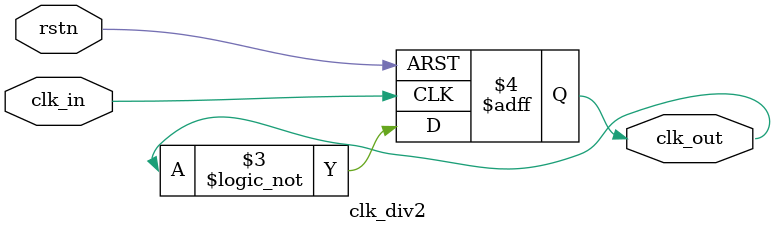
<source format=v>

module clk_div2(
    output reg clk_out,
    input clk_in, rstn
    );
    
    always @(posedge clk_in or negedge rstn) begin
        if(!rstn) clk_out <= 0;
        else clk_out <= !clk_out;
    end
endmodule
//hello
</source>
